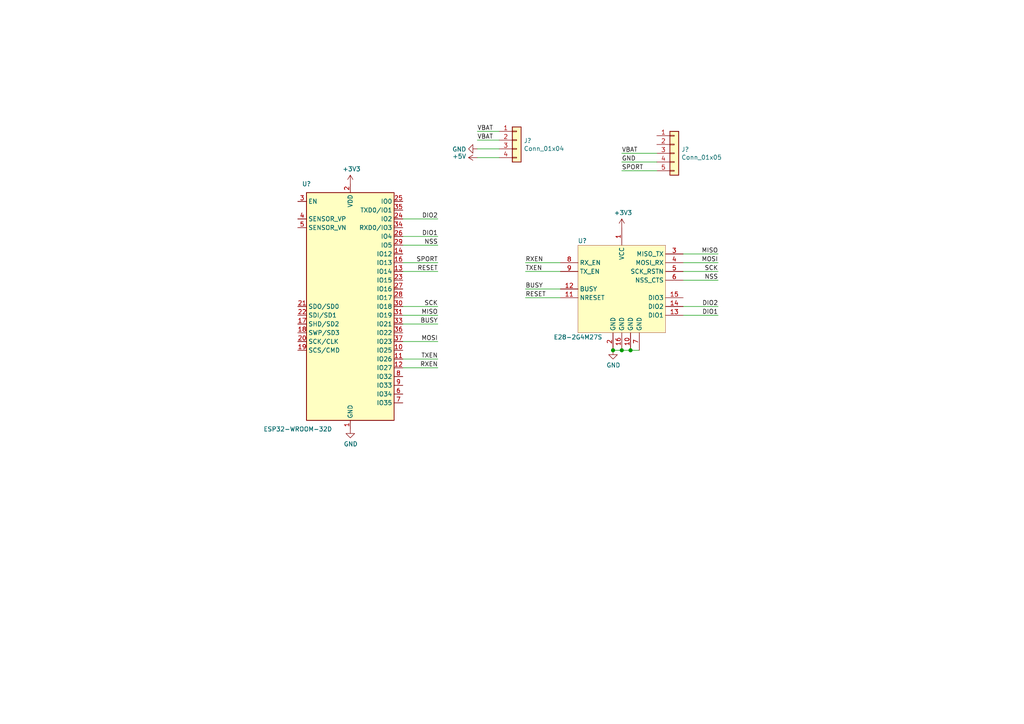
<source format=kicad_sch>
(kicad_sch (version 20200820) (host eeschema "(5.99.0-2965-g3673c23696)")
  (page 1 1)
  (paper "A4")
  (lib_symbols
    (symbol "Connector_Generic:Conn_01x04" (pin_names hide)
      (property "Reference" "J" (at 0 5.08 0))
      (property "Value" "Conn_01x04" (at 0 -7.62 0))
      (symbol "Conn_01x04_1_1"
        (rectangle (start -1.27 -4.953) (end 0 -5.207) (stroke (width 0.1524)))
        (rectangle (start -1.27 -2.413) (end 0 -2.667) (stroke (width 0.1524)))
        (rectangle (start -1.27 2.667) (end 0 2.413) (stroke (width 0.1524)))
        (rectangle (start -1.27 3.81) (end 1.27 -6.35) (stroke (width 0.254)) (fill (type background)))
        (rectangle (start -1.27 0.127) (end 0 -0.127) (stroke (width 0.1524)))
        (pin passive line (at -5.08 2.54 0) (length 3.81) (name "Pin_1") (number "1"))
        (pin passive line (at -5.08 0 0) (length 3.81) (name "Pin_2") (number "2"))
        (pin passive line (at -5.08 -2.54 0) (length 3.81) (name "Pin_3") (number "3"))
        (pin passive line (at -5.08 -5.08 0) (length 3.81) (name "Pin_4") (number "4"))
      )
    )
    (symbol "Connector_Generic:Conn_01x05" (pin_names hide)
      (property "Reference" "J" (at 0 7.62 0))
      (property "Value" "Conn_01x05" (at 0 -7.62 0))
      (symbol "Conn_01x05_1_1"
        (rectangle (start -1.27 -4.953) (end 0 -5.207) (stroke (width 0.1524)))
        (rectangle (start -1.27 -2.413) (end 0 -2.667) (stroke (width 0.1524)))
        (rectangle (start -1.27 2.667) (end 0 2.413) (stroke (width 0.1524)))
        (rectangle (start -1.27 5.207) (end 0 4.953) (stroke (width 0.1524)))
        (rectangle (start -1.27 6.35) (end 1.27 -6.35) (stroke (width 0.254)) (fill (type background)))
        (rectangle (start -1.27 0.127) (end 0 -0.127) (stroke (width 0.1524)))
        (pin passive line (at -5.08 5.08 0) (length 3.81) (name "Pin_1") (number "1"))
        (pin passive line (at -5.08 2.54 0) (length 3.81) (name "Pin_2") (number "2"))
        (pin passive line (at -5.08 0 0) (length 3.81) (name "Pin_3") (number "3"))
        (pin passive line (at -5.08 -2.54 0) (length 3.81) (name "Pin_4") (number "4"))
        (pin passive line (at -5.08 -5.08 0) (length 3.81) (name "Pin_5") (number "5"))
      )
    )
    (symbol "ELRS_lib:E28-2G4M27S"
      (property "Reference" "U" (at -10.16 12.065 0))
      (property "Value" "E28-2G4M27S" (at -12.7 -17.78 0))
      (symbol "E28-2G4M27S_0_1"
        (rectangle (start -12.7 10.16) (end 12.7 -15.24) (stroke (width 0.001)) (fill (type background)))
      )
      (symbol "E28-2G4M27S_1_1"
        (pin input line (at 0 15.24 270) (length 5.08) (name "VCC") (number "1"))
        (pin input line (at -2.54 -20.32 90) (length 5.08) (name "GND") (number "2"))
        (pin input line (at 17.78 7.62 180) (length 5.08) (name "MISO_TX") (number "3"))
        (pin input line (at 17.78 5.08 180) (length 5.08) (name "MOSI_RX") (number "4"))
        (pin input line (at 17.78 2.54 180) (length 5.08) (name "SCK_RSTN") (number "5"))
        (pin input line (at 17.78 0 180) (length 5.08) (name "NSS_CTS") (number "6"))
        (pin input line (at 5.08 -20.32 90) (length 5.08) (name "GND") (number "7"))
        (pin input line (at -17.78 5.08 0) (length 5.08) (name "RX_EN") (number "8"))
        (pin input line (at -17.78 2.54 0) (length 5.08) (name "TX_EN") (number "9"))
        (pin input line (at 2.54 -20.32 90) (length 5.08) (name "GND") (number "10"))
        (pin input line (at -17.78 -5.08 0) (length 5.08) (name "NRESET") (number "11"))
        (pin input line (at -17.78 -2.54 0) (length 5.08) (name "BUSY") (number "12"))
        (pin input line (at 17.78 -10.16 180) (length 5.08) (name "DIO1") (number "13"))
        (pin input line (at 17.78 -7.62 180) (length 5.08) (name "DIO2") (number "14"))
        (pin input line (at 17.78 -5.08 180) (length 5.08) (name "DIO3") (number "15"))
        (pin input line (at 0 -20.32 90) (length 5.08) (name "GND") (number "16"))
      )
    )
    (symbol "RF_Module:ESP32-WROOM-32D" (pin_names (offset 0.508))
      (property "Reference" "U" (at -12.7 34.29 0))
      (property "Value" "ESP32-WROOM-32D" (at 1.27 34.29 0))
      (symbol "ESP32-WROOM-32D_0_1"
        (rectangle (start -12.7 33.02) (end 12.7 -33.02) (stroke (width 0.254)) (fill (type background)))
      )
      (symbol "ESP32-WROOM-32D_1_1"
        (pin power_in line (at 0 -35.56 90) (length 2.54) (name "GND") (number "1"))
        (pin bidirectional line (at 15.24 -12.7 180) (length 2.54) (name "IO25") (number "10"))
        (pin bidirectional line (at 15.24 -15.24 180) (length 2.54) (name "IO26") (number "11"))
        (pin bidirectional line (at 15.24 -17.78 180) (length 2.54) (name "IO27") (number "12"))
        (pin bidirectional line (at 15.24 10.16 180) (length 2.54) (name "IO14") (number "13"))
        (pin bidirectional line (at 15.24 15.24 180) (length 2.54) (name "IO12") (number "14"))
        (pin passive line (at 0 -35.56 90) (length 2.54) hide (name "GND") (number "15"))
        (pin bidirectional line (at 15.24 12.7 180) (length 2.54) (name "IO13") (number "16"))
        (pin bidirectional line (at -15.24 -5.08 0) (length 2.54) (name "SHD/SD2") (number "17"))
        (pin bidirectional line (at -15.24 -7.62 0) (length 2.54) (name "SWP/SD3") (number "18"))
        (pin bidirectional line (at -15.24 -12.7 0) (length 2.54) (name "SCS/CMD") (number "19"))
        (pin power_in line (at 0 35.56 270) (length 2.54) (name "VDD") (number "2"))
        (pin bidirectional line (at -15.24 -10.16 0) (length 2.54) (name "SCK/CLK") (number "20"))
        (pin bidirectional line (at -15.24 0 0) (length 2.54) (name "SDO/SD0") (number "21"))
        (pin bidirectional line (at -15.24 -2.54 0) (length 2.54) (name "SDI/SD1") (number "22"))
        (pin bidirectional line (at 15.24 7.62 180) (length 2.54) (name "IO15") (number "23"))
        (pin bidirectional line (at 15.24 25.4 180) (length 2.54) (name "IO2") (number "24"))
        (pin bidirectional line (at 15.24 30.48 180) (length 2.54) (name "IO0") (number "25"))
        (pin bidirectional line (at 15.24 20.32 180) (length 2.54) (name "IO4") (number "26"))
        (pin bidirectional line (at 15.24 5.08 180) (length 2.54) (name "IO16") (number "27"))
        (pin bidirectional line (at 15.24 2.54 180) (length 2.54) (name "IO17") (number "28"))
        (pin bidirectional line (at 15.24 17.78 180) (length 2.54) (name "IO5") (number "29"))
        (pin input line (at -15.24 30.48 0) (length 2.54) (name "EN") (number "3"))
        (pin bidirectional line (at 15.24 0 180) (length 2.54) (name "IO18") (number "30"))
        (pin bidirectional line (at 15.24 -2.54 180) (length 2.54) (name "IO19") (number "31"))
        (pin unconnected line (at -12.7 -27.94 0) (length 2.54) hide (name "NC") (number "32"))
        (pin bidirectional line (at 15.24 -5.08 180) (length 2.54) (name "IO21") (number "33"))
        (pin bidirectional line (at 15.24 22.86 180) (length 2.54) (name "RXD0/IO3") (number "34"))
        (pin bidirectional line (at 15.24 27.94 180) (length 2.54) (name "TXD0/IO1") (number "35"))
        (pin bidirectional line (at 15.24 -7.62 180) (length 2.54) (name "IO22") (number "36"))
        (pin bidirectional line (at 15.24 -10.16 180) (length 2.54) (name "IO23") (number "37"))
        (pin passive line (at 0 -35.56 90) (length 2.54) hide (name "GND") (number "38"))
        (pin passive line (at 0 -35.56 90) (length 2.54) hide (name "GND") (number "39"))
        (pin input line (at -15.24 25.4 0) (length 2.54) (name "SENSOR_VP") (number "4"))
        (pin input line (at -15.24 22.86 0) (length 2.54) (name "SENSOR_VN") (number "5"))
        (pin input line (at 15.24 -25.4 180) (length 2.54) (name "IO34") (number "6"))
        (pin input line (at 15.24 -27.94 180) (length 2.54) (name "IO35") (number "7"))
        (pin bidirectional line (at 15.24 -20.32 180) (length 2.54) (name "IO32") (number "8"))
        (pin bidirectional line (at 15.24 -22.86 180) (length 2.54) (name "IO33") (number "9"))
      )
    )
    (symbol "power:+3V3" (power) (pin_names (offset 0))
      (property "Value" "+3V3" (at 0 3.556 0))
      (symbol "+3V3_0_1"
        (polyline (pts (xy -0.762 1.27) (xy 0 2.54)))
        (polyline (pts (xy 0 0) (xy 0 2.54)))
        (polyline (pts (xy 0 2.54) (xy 0.762 1.27)))
      )
      (symbol "+3V3_1_1"
        (pin power_in line (at 0 0 90) (length 0) hide (name "+3V3") (number "1"))
      )
    )
    (symbol "power:+5V" (power) (pin_names (offset 0))
      (property "Value" "+5V" (at 0 3.556 0))
      (symbol "+5V_0_1"
        (polyline (pts (xy -0.762 1.27) (xy 0 2.54)))
        (polyline (pts (xy 0 0) (xy 0 2.54)))
        (polyline (pts (xy 0 2.54) (xy 0.762 1.27)))
      )
      (symbol "+5V_1_1"
        (pin power_in line (at 0 0 90) (length 0) hide (name "+5V") (number "1"))
      )
    )
    (symbol "power:GND" (power) (pin_names (offset 0))
      (property "Value" "GND" (at 0 -3.81 0))
      (symbol "GND_0_1"
        (polyline (pts (xy 0 0) (xy 0 -1.27) (xy 1.27 -1.27) (xy 0 -2.54) (xy -1.27 -1.27) (xy 0 -1.27)))
      )
      (symbol "GND_1_1"
        (pin power_in line (at 0 0 270) (length 0) hide (name "GND") (number "1"))
      )
    )
  )
  (junction (at 177.8 101.6) (diameter 1.016))
  (junction (at 180.34 101.6) (diameter 1.016))
  (junction (at 182.88 101.6) (diameter 1.016))
  (wire (pts (xy 116.84 63.5) (xy 127 63.5)))
  (wire (pts (xy 116.84 68.58) (xy 127 68.58)))
  (wire (pts (xy 116.84 71.12) (xy 127 71.12)))
  (wire (pts (xy 116.84 76.2) (xy 127 76.2)))
  (wire (pts (xy 116.84 78.74) (xy 127 78.74)))
  (wire (pts (xy 116.84 88.9) (xy 127 88.9)))
  (wire (pts (xy 116.84 91.44) (xy 127 91.44)))
  (wire (pts (xy 116.84 93.98) (xy 127 93.98)))
  (wire (pts (xy 116.84 99.06) (xy 127 99.06)))
  (wire (pts (xy 116.84 104.14) (xy 127 104.14)))
  (wire (pts (xy 116.84 106.68) (xy 127 106.68)))
  (wire (pts (xy 138.43 38.1) (xy 144.78 38.1)))
  (wire (pts (xy 138.43 40.64) (xy 144.78 40.64)))
  (wire (pts (xy 138.43 43.18) (xy 144.78 43.18)))
  (wire (pts (xy 138.43 45.72) (xy 144.78 45.72)))
  (wire (pts (xy 162.56 76.2) (xy 152.4 76.2)))
  (wire (pts (xy 162.56 78.74) (xy 152.4 78.74)))
  (wire (pts (xy 162.56 83.82) (xy 152.4 83.82)))
  (wire (pts (xy 162.56 86.36) (xy 152.4 86.36)))
  (wire (pts (xy 177.8 101.6) (xy 180.34 101.6)))
  (wire (pts (xy 180.34 44.45) (xy 190.5 44.45)))
  (wire (pts (xy 180.34 46.99) (xy 190.5 46.99)))
  (wire (pts (xy 180.34 49.53) (xy 190.5 49.53)))
  (wire (pts (xy 180.34 101.6) (xy 182.88 101.6)))
  (wire (pts (xy 182.88 101.6) (xy 185.42 101.6)))
  (wire (pts (xy 198.12 73.66) (xy 208.28 73.66)))
  (wire (pts (xy 198.12 76.2) (xy 208.28 76.2)))
  (wire (pts (xy 198.12 78.74) (xy 208.28 78.74)))
  (wire (pts (xy 198.12 81.28) (xy 208.28 81.28)))
  (wire (pts (xy 198.12 88.9) (xy 208.28 88.9)))
  (wire (pts (xy 198.12 91.44) (xy 208.28 91.44)))
  (label "DIO2" (at 127 63.5 180))
  (label "DIO1" (at 127 68.58 180))
  (label "NSS" (at 127 71.12 180))
  (label "SPORT" (at 127 76.2 180))
  (label "RESET" (at 127 78.74 180))
  (label "SCK" (at 127 88.9 180))
  (label "MISO" (at 127 91.44 180))
  (label "BUSY" (at 127 93.98 180))
  (label "MOSI" (at 127 99.06 180))
  (label "TXEN" (at 127 104.14 180))
  (label "RXEN" (at 127 106.68 180))
  (label "VBAT" (at 138.43 38.1 0))
  (label "VBAT" (at 138.43 40.64 0))
  (label "RXEN" (at 152.4 76.2 0))
  (label "TXEN" (at 152.4 78.74 0))
  (label "BUSY" (at 152.4 83.82 0))
  (label "RESET" (at 152.4 86.36 0))
  (label "VBAT" (at 180.34 44.45 0))
  (label "GND" (at 180.34 46.99 0))
  (label "SPORT" (at 180.34 49.53 0))
  (label "MISO" (at 208.28 73.66 180))
  (label "MOSI" (at 208.28 76.2 180))
  (label "SCK" (at 208.28 78.74 180))
  (label "NSS" (at 208.28 81.28 180))
  (label "DIO2" (at 208.28 88.9 180))
  (label "DIO1" (at 208.28 91.44 180))
  (symbol (lib_id "power:+3V3") (at 101.6 53.34 0) (unit 1)
    (property "Reference" "#PWR?" (effects hide))
    (property "Value" "+3V3" (at 101.9683 49.0156 0))
  )
  (symbol (lib_id "power:+5V") (at 138.43 45.72 90) (unit 1)
    (property "Reference" "#PWR?" (effects hide))
    (property "Value" "+5V" (at 135.255 45.3517 90) (effects (justify left)))
  )
  (symbol (lib_id "power:+3V3") (at 180.34 66.04 0) (unit 1)
    (property "Reference" "#PWR?" (effects hide))
    (property "Value" "+3V3" (at 180.7083 61.7156 0))
  )
  (symbol (lib_id "power:GND") (at 101.6 124.46 0) (unit 1)
    (property "Reference" "#PWR?" (effects hide))
    (property "Value" "GND" (at 101.7143 128.7844 0))
  )
  (symbol (lib_id "power:GND") (at 138.43 43.18 270) (unit 1)
    (property "Reference" "#PWR?" (effects hide))
    (property "Value" "GND" (at 135.255 43.2943 90) (effects (justify right)))
  )
  (symbol (lib_id "power:GND") (at 177.8 101.6 0) (unit 1)
    (property "Reference" "#PWR?" (effects hide))
    (property "Value" "GND" (at 177.9143 105.9244 0))
  )
  (symbol (lib_id "Connector_Generic:Conn_01x04") (at 149.86 40.64 0) (unit 1)
    (property "Reference" "J?" (at 151.8921 40.8114 0) (effects (justify left)))
    (property "Value" "Conn_01x04" (at 151.8921 43.1101 0) (effects (justify left)))
  )
  (symbol (lib_id "Connector_Generic:Conn_01x05") (at 195.58 44.45 0) (unit 1)
    (property "Reference" "J?" (at 197.6121 43.3514 0) (effects (justify left)))
    (property "Value" "Conn_01x05" (at 197.6121 45.6501 0) (effects (justify left)))
  )
  (symbol (lib_id "ELRS_lib:E28-2G4M27S") (at 180.34 81.28 0) (unit 1)
    (property "Reference" "U?" (at 168.91 69.85 0))
    (property "Value" "E28-2G4M27S" (at 167.64 97.79 0))
  )
  (symbol (lib_id "RF_Module:ESP32-WROOM-32D") (at 101.6 88.9 0) (unit 1)
    (property "Reference" "U?" (at 88.9 53.34 0))
    (property "Value" "ESP32-WROOM-32D" (at 86.36 124.46 0))
    (property "Footprint" "RF_Module:ESP32-WROOM-32" (effects hide))
    (property "Datasheet" "https://www.espressif.com/sites/default/files/documentation/esp32-wroom-32d_esp32-wroom-32u_datasheet_en.pdf" (effects hide))
  )
)
</source>
